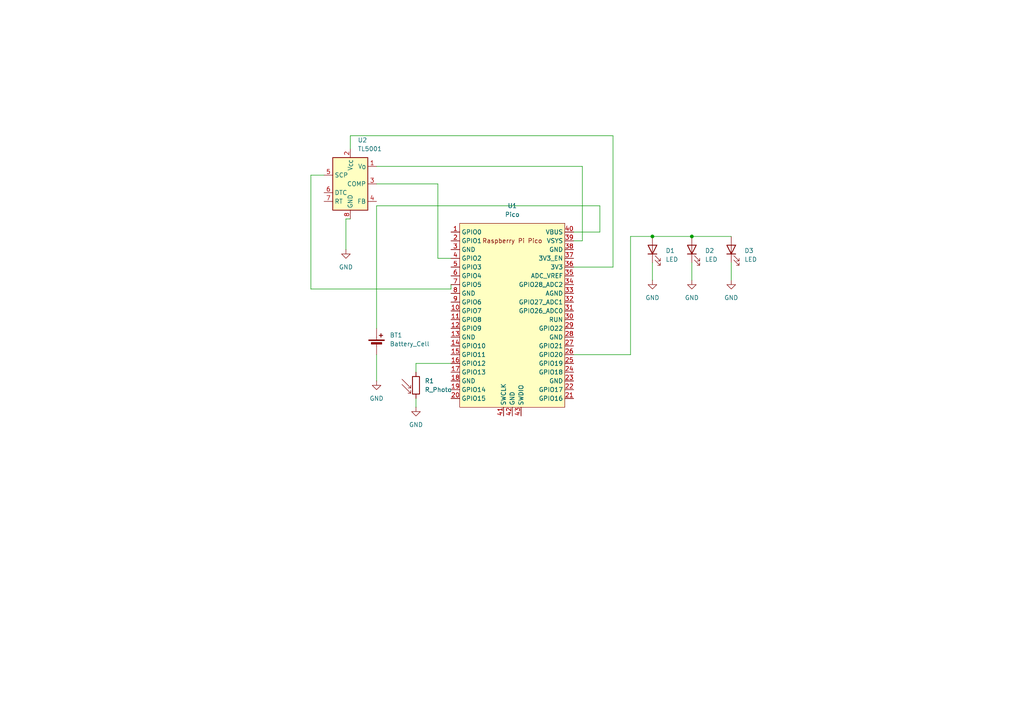
<source format=kicad_sch>
(kicad_sch
	(version 20250114)
	(generator "eeschema")
	(generator_version "9.0")
	(uuid "d2e2892e-be0f-4a6a-9262-5a0d7272f4d0")
	(paper "A4")
	(lib_symbols
		(symbol "Device:Battery_Cell"
			(pin_numbers
				(hide yes)
			)
			(pin_names
				(offset 0)
				(hide yes)
			)
			(exclude_from_sim no)
			(in_bom yes)
			(on_board yes)
			(property "Reference" "BT"
				(at 11.43 -3.81 0)
				(effects
					(font
						(size 1.27 1.27)
					)
					(justify left)
				)
			)
			(property "Value" "Battery_Cell"
				(at 11.43 -6.35 0)
				(effects
					(font
						(size 1.27 1.27)
					)
					(justify left)
				)
			)
			(property "Footprint" ""
				(at 0 1.524 90)
				(effects
					(font
						(size 1.27 1.27)
					)
					(hide yes)
				)
			)
			(property "Datasheet" "~"
				(at 8.89 -4.826 90)
				(effects
					(font
						(size 1.27 1.27)
					)
					(hide yes)
				)
			)
			(property "Description" "Single-cell battery"
				(at 8.89 -6.35 0)
				(effects
					(font
						(size 1.27 1.27)
					)
					(hide yes)
				)
			)
			(property "ki_keywords" "battery cell"
				(at 0 0 0)
				(effects
					(font
						(size 1.27 1.27)
					)
					(hide yes)
				)
			)
			(symbol "Battery_Cell_0_1"
				(rectangle
					(start 6.604 -4.572)
					(end 11.176 -4.826)
					(stroke
						(width 0)
						(type default)
					)
					(fill
						(type outline)
					)
				)
				(rectangle
					(start 7.366 -5.334)
					(end 10.414 -5.842)
					(stroke
						(width 0)
						(type default)
					)
					(fill
						(type outline)
					)
				)
				(polyline
					(pts
						(xy 8.89 -4.572) (xy 8.89 -3.81)
					)
					(stroke
						(width 0)
						(type default)
					)
					(fill
						(type none)
					)
				)
				(polyline
					(pts
						(xy 8.89 -5.588) (xy 8.89 -6.35)
					)
					(stroke
						(width 0)
						(type default)
					)
					(fill
						(type none)
					)
				)
				(polyline
					(pts
						(xy 9.652 -3.302) (xy 10.668 -3.302)
					)
					(stroke
						(width 0.254)
						(type default)
					)
					(fill
						(type none)
					)
				)
				(polyline
					(pts
						(xy 10.16 -2.794) (xy 10.16 -3.81)
					)
					(stroke
						(width 0.254)
						(type default)
					)
					(fill
						(type none)
					)
				)
			)
			(symbol "Battery_Cell_1_1"
				(pin passive line
					(at 8.89 -1.27 270)
					(length 2.54)
					(name "+"
						(effects
							(font
								(size 1.27 1.27)
							)
						)
					)
					(number "1"
						(effects
							(font
								(size 1.27 1.27)
							)
						)
					)
				)
				(pin passive line
					(at 8.89 -8.89 90)
					(length 2.54)
					(name "-"
						(effects
							(font
								(size 1.27 1.27)
							)
						)
					)
					(number "2"
						(effects
							(font
								(size 1.27 1.27)
							)
						)
					)
				)
			)
			(embedded_fonts no)
		)
		(symbol "Device:LED"
			(pin_numbers
				(hide yes)
			)
			(pin_names
				(offset 1.016)
				(hide yes)
			)
			(exclude_from_sim no)
			(in_bom yes)
			(on_board yes)
			(property "Reference" "D"
				(at 0 2.54 0)
				(effects
					(font
						(size 1.27 1.27)
					)
				)
			)
			(property "Value" "LED"
				(at 0 -2.54 0)
				(effects
					(font
						(size 1.27 1.27)
					)
				)
			)
			(property "Footprint" ""
				(at 0 0 0)
				(effects
					(font
						(size 1.27 1.27)
					)
					(hide yes)
				)
			)
			(property "Datasheet" "~"
				(at 0 0 0)
				(effects
					(font
						(size 1.27 1.27)
					)
					(hide yes)
				)
			)
			(property "Description" "Light emitting diode"
				(at 0 0 0)
				(effects
					(font
						(size 1.27 1.27)
					)
					(hide yes)
				)
			)
			(property "Sim.Pins" "1=K 2=A"
				(at 0 0 0)
				(effects
					(font
						(size 1.27 1.27)
					)
					(hide yes)
				)
			)
			(property "ki_keywords" "LED diode"
				(at 0 0 0)
				(effects
					(font
						(size 1.27 1.27)
					)
					(hide yes)
				)
			)
			(property "ki_fp_filters" "LED* LED_SMD:* LED_THT:*"
				(at 0 0 0)
				(effects
					(font
						(size 1.27 1.27)
					)
					(hide yes)
				)
			)
			(symbol "LED_0_1"
				(polyline
					(pts
						(xy -3.048 -0.762) (xy -4.572 -2.286) (xy -3.81 -2.286) (xy -4.572 -2.286) (xy -4.572 -1.524)
					)
					(stroke
						(width 0)
						(type default)
					)
					(fill
						(type none)
					)
				)
				(polyline
					(pts
						(xy -1.778 -0.762) (xy -3.302 -2.286) (xy -2.54 -2.286) (xy -3.302 -2.286) (xy -3.302 -1.524)
					)
					(stroke
						(width 0)
						(type default)
					)
					(fill
						(type none)
					)
				)
				(polyline
					(pts
						(xy -1.27 0) (xy 1.27 0)
					)
					(stroke
						(width 0)
						(type default)
					)
					(fill
						(type none)
					)
				)
				(polyline
					(pts
						(xy -1.27 -1.27) (xy -1.27 1.27)
					)
					(stroke
						(width 0.254)
						(type default)
					)
					(fill
						(type none)
					)
				)
				(polyline
					(pts
						(xy 1.27 -1.27) (xy 1.27 1.27) (xy -1.27 0) (xy 1.27 -1.27)
					)
					(stroke
						(width 0.254)
						(type default)
					)
					(fill
						(type none)
					)
				)
			)
			(symbol "LED_1_1"
				(pin passive line
					(at -3.81 0 0)
					(length 2.54)
					(name "K"
						(effects
							(font
								(size 1.27 1.27)
							)
						)
					)
					(number "1"
						(effects
							(font
								(size 1.27 1.27)
							)
						)
					)
				)
				(pin passive line
					(at 3.81 0 180)
					(length 2.54)
					(name "A"
						(effects
							(font
								(size 1.27 1.27)
							)
						)
					)
					(number "2"
						(effects
							(font
								(size 1.27 1.27)
							)
						)
					)
				)
			)
			(embedded_fonts no)
		)
		(symbol "Device:R_Photo"
			(pin_numbers
				(hide yes)
			)
			(pin_names
				(offset 0)
			)
			(exclude_from_sim no)
			(in_bom yes)
			(on_board yes)
			(property "Reference" "R"
				(at 1.27 1.27 0)
				(effects
					(font
						(size 1.27 1.27)
					)
					(justify left)
				)
			)
			(property "Value" "R_Photo"
				(at 1.27 0 0)
				(effects
					(font
						(size 1.27 1.27)
					)
					(justify left top)
				)
			)
			(property "Footprint" ""
				(at 1.27 -6.35 90)
				(effects
					(font
						(size 1.27 1.27)
					)
					(justify left)
					(hide yes)
				)
			)
			(property "Datasheet" "~"
				(at 0 -1.27 0)
				(effects
					(font
						(size 1.27 1.27)
					)
					(hide yes)
				)
			)
			(property "Description" "Photoresistor"
				(at 0 0 0)
				(effects
					(font
						(size 1.27 1.27)
					)
					(hide yes)
				)
			)
			(property "ki_keywords" "resistor variable light sensitive opto LDR"
				(at 0 0 0)
				(effects
					(font
						(size 1.27 1.27)
					)
					(hide yes)
				)
			)
			(property "ki_fp_filters" "*LDR* R?LDR*"
				(at 0 0 0)
				(effects
					(font
						(size 1.27 1.27)
					)
					(hide yes)
				)
			)
			(symbol "R_Photo_0_1"
				(polyline
					(pts
						(xy -1.524 -0.762) (xy -4.064 1.778)
					)
					(stroke
						(width 0)
						(type default)
					)
					(fill
						(type none)
					)
				)
				(polyline
					(pts
						(xy -1.524 -0.762) (xy -2.286 -0.762)
					)
					(stroke
						(width 0)
						(type default)
					)
					(fill
						(type none)
					)
				)
				(polyline
					(pts
						(xy -1.524 -0.762) (xy -1.524 0)
					)
					(stroke
						(width 0)
						(type default)
					)
					(fill
						(type none)
					)
				)
				(polyline
					(pts
						(xy -1.524 -2.286) (xy -4.064 0.254)
					)
					(stroke
						(width 0)
						(type default)
					)
					(fill
						(type none)
					)
				)
				(polyline
					(pts
						(xy -1.524 -2.286) (xy -2.286 -2.286)
					)
					(stroke
						(width 0)
						(type default)
					)
					(fill
						(type none)
					)
				)
				(polyline
					(pts
						(xy -1.524 -2.286) (xy -1.524 -1.524)
					)
					(stroke
						(width 0)
						(type default)
					)
					(fill
						(type none)
					)
				)
				(rectangle
					(start -1.016 2.54)
					(end 1.016 -2.54)
					(stroke
						(width 0.254)
						(type default)
					)
					(fill
						(type none)
					)
				)
			)
			(symbol "R_Photo_1_1"
				(pin passive line
					(at 0 3.81 270)
					(length 1.27)
					(name "~"
						(effects
							(font
								(size 1.27 1.27)
							)
						)
					)
					(number "1"
						(effects
							(font
								(size 1.27 1.27)
							)
						)
					)
				)
				(pin passive line
					(at 0 -3.81 90)
					(length 1.27)
					(name "~"
						(effects
							(font
								(size 1.27 1.27)
							)
						)
					)
					(number "2"
						(effects
							(font
								(size 1.27 1.27)
							)
						)
					)
				)
			)
			(embedded_fonts no)
		)
		(symbol "MCU_RaspberryPi_and_Boards:Pico"
			(exclude_from_sim no)
			(in_bom yes)
			(on_board yes)
			(property "Reference" "U"
				(at -13.97 27.94 0)
				(effects
					(font
						(size 1.27 1.27)
					)
				)
			)
			(property "Value" "Pico"
				(at 0 19.05 0)
				(effects
					(font
						(size 1.27 1.27)
					)
				)
			)
			(property "Footprint" "RPi_Pico:RPi_Pico_SMD_TH"
				(at 0 0 90)
				(effects
					(font
						(size 1.27 1.27)
					)
					(hide yes)
				)
			)
			(property "Datasheet" ""
				(at 0 0 0)
				(effects
					(font
						(size 1.27 1.27)
					)
					(hide yes)
				)
			)
			(property "Description" ""
				(at 0 0 0)
				(effects
					(font
						(size 1.27 1.27)
					)
					(hide yes)
				)
			)
			(symbol "Pico_0_0"
				(text "Raspberry Pi Pico"
					(at 0 21.59 0)
					(effects
						(font
							(size 1.27 1.27)
						)
					)
				)
			)
			(symbol "Pico_0_1"
				(rectangle
					(start -15.24 26.67)
					(end 15.24 -26.67)
					(stroke
						(width 0)
						(type default)
					)
					(fill
						(type background)
					)
				)
			)
			(symbol "Pico_1_1"
				(pin bidirectional line
					(at -17.78 24.13 0)
					(length 2.54)
					(name "GPIO0"
						(effects
							(font
								(size 1.27 1.27)
							)
						)
					)
					(number "1"
						(effects
							(font
								(size 1.27 1.27)
							)
						)
					)
				)
				(pin bidirectional line
					(at -17.78 21.59 0)
					(length 2.54)
					(name "GPIO1"
						(effects
							(font
								(size 1.27 1.27)
							)
						)
					)
					(number "2"
						(effects
							(font
								(size 1.27 1.27)
							)
						)
					)
				)
				(pin power_in line
					(at -17.78 19.05 0)
					(length 2.54)
					(name "GND"
						(effects
							(font
								(size 1.27 1.27)
							)
						)
					)
					(number "3"
						(effects
							(font
								(size 1.27 1.27)
							)
						)
					)
				)
				(pin bidirectional line
					(at -17.78 16.51 0)
					(length 2.54)
					(name "GPIO2"
						(effects
							(font
								(size 1.27 1.27)
							)
						)
					)
					(number "4"
						(effects
							(font
								(size 1.27 1.27)
							)
						)
					)
				)
				(pin bidirectional line
					(at -17.78 13.97 0)
					(length 2.54)
					(name "GPIO3"
						(effects
							(font
								(size 1.27 1.27)
							)
						)
					)
					(number "5"
						(effects
							(font
								(size 1.27 1.27)
							)
						)
					)
				)
				(pin bidirectional line
					(at -17.78 11.43 0)
					(length 2.54)
					(name "GPIO4"
						(effects
							(font
								(size 1.27 1.27)
							)
						)
					)
					(number "6"
						(effects
							(font
								(size 1.27 1.27)
							)
						)
					)
				)
				(pin bidirectional line
					(at -17.78 8.89 0)
					(length 2.54)
					(name "GPIO5"
						(effects
							(font
								(size 1.27 1.27)
							)
						)
					)
					(number "7"
						(effects
							(font
								(size 1.27 1.27)
							)
						)
					)
				)
				(pin power_in line
					(at -17.78 6.35 0)
					(length 2.54)
					(name "GND"
						(effects
							(font
								(size 1.27 1.27)
							)
						)
					)
					(number "8"
						(effects
							(font
								(size 1.27 1.27)
							)
						)
					)
				)
				(pin bidirectional line
					(at -17.78 3.81 0)
					(length 2.54)
					(name "GPIO6"
						(effects
							(font
								(size 1.27 1.27)
							)
						)
					)
					(number "9"
						(effects
							(font
								(size 1.27 1.27)
							)
						)
					)
				)
				(pin bidirectional line
					(at -17.78 1.27 0)
					(length 2.54)
					(name "GPIO7"
						(effects
							(font
								(size 1.27 1.27)
							)
						)
					)
					(number "10"
						(effects
							(font
								(size 1.27 1.27)
							)
						)
					)
				)
				(pin bidirectional line
					(at -17.78 -1.27 0)
					(length 2.54)
					(name "GPIO8"
						(effects
							(font
								(size 1.27 1.27)
							)
						)
					)
					(number "11"
						(effects
							(font
								(size 1.27 1.27)
							)
						)
					)
				)
				(pin bidirectional line
					(at -17.78 -3.81 0)
					(length 2.54)
					(name "GPIO9"
						(effects
							(font
								(size 1.27 1.27)
							)
						)
					)
					(number "12"
						(effects
							(font
								(size 1.27 1.27)
							)
						)
					)
				)
				(pin power_in line
					(at -17.78 -6.35 0)
					(length 2.54)
					(name "GND"
						(effects
							(font
								(size 1.27 1.27)
							)
						)
					)
					(number "13"
						(effects
							(font
								(size 1.27 1.27)
							)
						)
					)
				)
				(pin bidirectional line
					(at -17.78 -8.89 0)
					(length 2.54)
					(name "GPIO10"
						(effects
							(font
								(size 1.27 1.27)
							)
						)
					)
					(number "14"
						(effects
							(font
								(size 1.27 1.27)
							)
						)
					)
				)
				(pin bidirectional line
					(at -17.78 -11.43 0)
					(length 2.54)
					(name "GPIO11"
						(effects
							(font
								(size 1.27 1.27)
							)
						)
					)
					(number "15"
						(effects
							(font
								(size 1.27 1.27)
							)
						)
					)
				)
				(pin bidirectional line
					(at -17.78 -13.97 0)
					(length 2.54)
					(name "GPIO12"
						(effects
							(font
								(size 1.27 1.27)
							)
						)
					)
					(number "16"
						(effects
							(font
								(size 1.27 1.27)
							)
						)
					)
				)
				(pin bidirectional line
					(at -17.78 -16.51 0)
					(length 2.54)
					(name "GPIO13"
						(effects
							(font
								(size 1.27 1.27)
							)
						)
					)
					(number "17"
						(effects
							(font
								(size 1.27 1.27)
							)
						)
					)
				)
				(pin power_in line
					(at -17.78 -19.05 0)
					(length 2.54)
					(name "GND"
						(effects
							(font
								(size 1.27 1.27)
							)
						)
					)
					(number "18"
						(effects
							(font
								(size 1.27 1.27)
							)
						)
					)
				)
				(pin bidirectional line
					(at -17.78 -21.59 0)
					(length 2.54)
					(name "GPIO14"
						(effects
							(font
								(size 1.27 1.27)
							)
						)
					)
					(number "19"
						(effects
							(font
								(size 1.27 1.27)
							)
						)
					)
				)
				(pin bidirectional line
					(at -17.78 -24.13 0)
					(length 2.54)
					(name "GPIO15"
						(effects
							(font
								(size 1.27 1.27)
							)
						)
					)
					(number "20"
						(effects
							(font
								(size 1.27 1.27)
							)
						)
					)
				)
				(pin input line
					(at -2.54 -29.21 90)
					(length 2.54)
					(name "SWCLK"
						(effects
							(font
								(size 1.27 1.27)
							)
						)
					)
					(number "41"
						(effects
							(font
								(size 1.27 1.27)
							)
						)
					)
				)
				(pin power_in line
					(at 0 -29.21 90)
					(length 2.54)
					(name "GND"
						(effects
							(font
								(size 1.27 1.27)
							)
						)
					)
					(number "42"
						(effects
							(font
								(size 1.27 1.27)
							)
						)
					)
				)
				(pin bidirectional line
					(at 2.54 -29.21 90)
					(length 2.54)
					(name "SWDIO"
						(effects
							(font
								(size 1.27 1.27)
							)
						)
					)
					(number "43"
						(effects
							(font
								(size 1.27 1.27)
							)
						)
					)
				)
				(pin power_in line
					(at 17.78 24.13 180)
					(length 2.54)
					(name "VBUS"
						(effects
							(font
								(size 1.27 1.27)
							)
						)
					)
					(number "40"
						(effects
							(font
								(size 1.27 1.27)
							)
						)
					)
				)
				(pin power_in line
					(at 17.78 21.59 180)
					(length 2.54)
					(name "VSYS"
						(effects
							(font
								(size 1.27 1.27)
							)
						)
					)
					(number "39"
						(effects
							(font
								(size 1.27 1.27)
							)
						)
					)
				)
				(pin bidirectional line
					(at 17.78 19.05 180)
					(length 2.54)
					(name "GND"
						(effects
							(font
								(size 1.27 1.27)
							)
						)
					)
					(number "38"
						(effects
							(font
								(size 1.27 1.27)
							)
						)
					)
				)
				(pin input line
					(at 17.78 16.51 180)
					(length 2.54)
					(name "3V3_EN"
						(effects
							(font
								(size 1.27 1.27)
							)
						)
					)
					(number "37"
						(effects
							(font
								(size 1.27 1.27)
							)
						)
					)
				)
				(pin power_in line
					(at 17.78 13.97 180)
					(length 2.54)
					(name "3V3"
						(effects
							(font
								(size 1.27 1.27)
							)
						)
					)
					(number "36"
						(effects
							(font
								(size 1.27 1.27)
							)
						)
					)
				)
				(pin power_in line
					(at 17.78 11.43 180)
					(length 2.54)
					(name "ADC_VREF"
						(effects
							(font
								(size 1.27 1.27)
							)
						)
					)
					(number "35"
						(effects
							(font
								(size 1.27 1.27)
							)
						)
					)
				)
				(pin bidirectional line
					(at 17.78 8.89 180)
					(length 2.54)
					(name "GPIO28_ADC2"
						(effects
							(font
								(size 1.27 1.27)
							)
						)
					)
					(number "34"
						(effects
							(font
								(size 1.27 1.27)
							)
						)
					)
				)
				(pin power_in line
					(at 17.78 6.35 180)
					(length 2.54)
					(name "AGND"
						(effects
							(font
								(size 1.27 1.27)
							)
						)
					)
					(number "33"
						(effects
							(font
								(size 1.27 1.27)
							)
						)
					)
				)
				(pin bidirectional line
					(at 17.78 3.81 180)
					(length 2.54)
					(name "GPIO27_ADC1"
						(effects
							(font
								(size 1.27 1.27)
							)
						)
					)
					(number "32"
						(effects
							(font
								(size 1.27 1.27)
							)
						)
					)
				)
				(pin bidirectional line
					(at 17.78 1.27 180)
					(length 2.54)
					(name "GPIO26_ADC0"
						(effects
							(font
								(size 1.27 1.27)
							)
						)
					)
					(number "31"
						(effects
							(font
								(size 1.27 1.27)
							)
						)
					)
				)
				(pin input line
					(at 17.78 -1.27 180)
					(length 2.54)
					(name "RUN"
						(effects
							(font
								(size 1.27 1.27)
							)
						)
					)
					(number "30"
						(effects
							(font
								(size 1.27 1.27)
							)
						)
					)
				)
				(pin bidirectional line
					(at 17.78 -3.81 180)
					(length 2.54)
					(name "GPIO22"
						(effects
							(font
								(size 1.27 1.27)
							)
						)
					)
					(number "29"
						(effects
							(font
								(size 1.27 1.27)
							)
						)
					)
				)
				(pin power_in line
					(at 17.78 -6.35 180)
					(length 2.54)
					(name "GND"
						(effects
							(font
								(size 1.27 1.27)
							)
						)
					)
					(number "28"
						(effects
							(font
								(size 1.27 1.27)
							)
						)
					)
				)
				(pin bidirectional line
					(at 17.78 -8.89 180)
					(length 2.54)
					(name "GPIO21"
						(effects
							(font
								(size 1.27 1.27)
							)
						)
					)
					(number "27"
						(effects
							(font
								(size 1.27 1.27)
							)
						)
					)
				)
				(pin bidirectional line
					(at 17.78 -11.43 180)
					(length 2.54)
					(name "GPIO20"
						(effects
							(font
								(size 1.27 1.27)
							)
						)
					)
					(number "26"
						(effects
							(font
								(size 1.27 1.27)
							)
						)
					)
				)
				(pin bidirectional line
					(at 17.78 -13.97 180)
					(length 2.54)
					(name "GPIO19"
						(effects
							(font
								(size 1.27 1.27)
							)
						)
					)
					(number "25"
						(effects
							(font
								(size 1.27 1.27)
							)
						)
					)
				)
				(pin bidirectional line
					(at 17.78 -16.51 180)
					(length 2.54)
					(name "GPIO18"
						(effects
							(font
								(size 1.27 1.27)
							)
						)
					)
					(number "24"
						(effects
							(font
								(size 1.27 1.27)
							)
						)
					)
				)
				(pin power_in line
					(at 17.78 -19.05 180)
					(length 2.54)
					(name "GND"
						(effects
							(font
								(size 1.27 1.27)
							)
						)
					)
					(number "23"
						(effects
							(font
								(size 1.27 1.27)
							)
						)
					)
				)
				(pin bidirectional line
					(at 17.78 -21.59 180)
					(length 2.54)
					(name "GPIO17"
						(effects
							(font
								(size 1.27 1.27)
							)
						)
					)
					(number "22"
						(effects
							(font
								(size 1.27 1.27)
							)
						)
					)
				)
				(pin bidirectional line
					(at 17.78 -24.13 180)
					(length 2.54)
					(name "GPIO16"
						(effects
							(font
								(size 1.27 1.27)
							)
						)
					)
					(number "21"
						(effects
							(font
								(size 1.27 1.27)
							)
						)
					)
				)
			)
			(embedded_fonts no)
		)
		(symbol "Regulator_Switching:TL5001"
			(exclude_from_sim no)
			(in_bom yes)
			(on_board yes)
			(property "Reference" "U"
				(at -5.08 8.89 0)
				(effects
					(font
						(size 1.27 1.27)
					)
				)
			)
			(property "Value" "TL5001"
				(at 3.81 8.89 0)
				(effects
					(font
						(size 1.27 1.27)
					)
				)
			)
			(property "Footprint" ""
				(at 0 0 0)
				(effects
					(font
						(size 1.27 1.27)
					)
					(hide yes)
				)
			)
			(property "Datasheet" "https://www.ti.com/lit/ds/symlink/tl5001.pdf"
				(at 0 0 0)
				(effects
					(font
						(size 1.27 1.27)
					)
					(hide yes)
				)
			)
			(property "Description" "PWM Controller with wide input range, with 5% tolerance on reference. Input range 3.6-40V. Max output 50V."
				(at 0 0 0)
				(effects
					(font
						(size 1.27 1.27)
					)
					(hide yes)
				)
			)
			(property "ki_keywords" "PWM SMPS"
				(at 0 0 0)
				(effects
					(font
						(size 1.27 1.27)
					)
					(hide yes)
				)
			)
			(property "ki_fp_filters" "*SO?8*3.9x4.9mm*P1.27mm* *DIP?8*W7.62mm*"
				(at 0 0 0)
				(effects
					(font
						(size 1.27 1.27)
					)
					(hide yes)
				)
			)
			(symbol "TL5001_0_1"
				(rectangle
					(start -5.08 7.62)
					(end 5.08 -7.62)
					(stroke
						(width 0.254)
						(type default)
					)
					(fill
						(type background)
					)
				)
				(pin input line
					(at 7.62 -5.08 180)
					(length 2.54)
					(name "FB"
						(effects
							(font
								(size 1.27 1.27)
							)
						)
					)
					(number "4"
						(effects
							(font
								(size 1.27 1.27)
							)
						)
					)
				)
			)
			(symbol "TL5001_1_1"
				(pin output line
					(at -7.62 2.54 0)
					(length 2.54)
					(name "SCP"
						(effects
							(font
								(size 1.27 1.27)
							)
						)
					)
					(number "5"
						(effects
							(font
								(size 1.27 1.27)
							)
						)
					)
				)
				(pin output line
					(at -7.62 -2.54 0)
					(length 2.54)
					(name "DTC"
						(effects
							(font
								(size 1.27 1.27)
							)
						)
					)
					(number "6"
						(effects
							(font
								(size 1.27 1.27)
							)
						)
					)
				)
				(pin output line
					(at -7.62 -5.08 0)
					(length 2.54)
					(name "RT"
						(effects
							(font
								(size 1.27 1.27)
							)
						)
					)
					(number "7"
						(effects
							(font
								(size 1.27 1.27)
							)
						)
					)
				)
				(pin power_in line
					(at 0 10.16 270)
					(length 2.54)
					(name "V_{CC}"
						(effects
							(font
								(size 1.27 1.27)
							)
						)
					)
					(number "2"
						(effects
							(font
								(size 1.27 1.27)
							)
						)
					)
				)
				(pin power_in line
					(at 0 -10.16 90)
					(length 2.54)
					(name "GND"
						(effects
							(font
								(size 1.27 1.27)
							)
						)
					)
					(number "8"
						(effects
							(font
								(size 1.27 1.27)
							)
						)
					)
				)
				(pin open_collector line
					(at 7.62 5.08 180)
					(length 2.54)
					(name "V_{O}"
						(effects
							(font
								(size 1.27 1.27)
							)
						)
					)
					(number "1"
						(effects
							(font
								(size 1.27 1.27)
							)
						)
					)
				)
				(pin input line
					(at 7.62 0 180)
					(length 2.54)
					(name "COMP"
						(effects
							(font
								(size 1.27 1.27)
							)
						)
					)
					(number "3"
						(effects
							(font
								(size 1.27 1.27)
							)
						)
					)
				)
			)
			(embedded_fonts no)
		)
		(symbol "power:GND"
			(power)
			(pin_numbers
				(hide yes)
			)
			(pin_names
				(offset 0)
				(hide yes)
			)
			(exclude_from_sim no)
			(in_bom yes)
			(on_board yes)
			(property "Reference" "#PWR"
				(at 0 -6.35 0)
				(effects
					(font
						(size 1.27 1.27)
					)
					(hide yes)
				)
			)
			(property "Value" "GND"
				(at 0 -3.81 0)
				(effects
					(font
						(size 1.27 1.27)
					)
				)
			)
			(property "Footprint" ""
				(at 0 0 0)
				(effects
					(font
						(size 1.27 1.27)
					)
					(hide yes)
				)
			)
			(property "Datasheet" ""
				(at 0 0 0)
				(effects
					(font
						(size 1.27 1.27)
					)
					(hide yes)
				)
			)
			(property "Description" "Power symbol creates a global label with name \"GND\" , ground"
				(at 0 0 0)
				(effects
					(font
						(size 1.27 1.27)
					)
					(hide yes)
				)
			)
			(property "ki_keywords" "global power"
				(at 0 0 0)
				(effects
					(font
						(size 1.27 1.27)
					)
					(hide yes)
				)
			)
			(symbol "GND_0_1"
				(polyline
					(pts
						(xy 0 0) (xy 0 -1.27) (xy 1.27 -1.27) (xy 0 -2.54) (xy -1.27 -1.27) (xy 0 -1.27)
					)
					(stroke
						(width 0)
						(type default)
					)
					(fill
						(type none)
					)
				)
			)
			(symbol "GND_1_1"
				(pin power_in line
					(at 0 0 270)
					(length 0)
					(name "~"
						(effects
							(font
								(size 1.27 1.27)
							)
						)
					)
					(number "1"
						(effects
							(font
								(size 1.27 1.27)
							)
						)
					)
				)
			)
			(embedded_fonts no)
		)
	)
	(junction
		(at 189.23 68.58)
		(diameter 0)
		(color 0 0 0 0)
		(uuid "3881a250-8a1a-43e1-89f8-b142fabdffef")
	)
	(junction
		(at 200.66 68.58)
		(diameter 0)
		(color 0 0 0 0)
		(uuid "d3266ff8-8737-4469-99fd-b46e21b2c3b7")
	)
	(wire
		(pts
			(xy 127 53.34) (xy 127 74.93)
		)
		(stroke
			(width 0)
			(type default)
		)
		(uuid "07f99385-8ded-4fc1-842b-51cd6c9b49d7")
	)
	(wire
		(pts
			(xy 100.33 63.5) (xy 101.6 63.5)
		)
		(stroke
			(width 0)
			(type default)
		)
		(uuid "0ad1c280-fd94-4f9c-9840-75446373712c")
	)
	(wire
		(pts
			(xy 109.22 59.69) (xy 173.99 59.69)
		)
		(stroke
			(width 0)
			(type default)
		)
		(uuid "139a450c-c7b5-4e6d-ab1c-411ce2ae1e9a")
	)
	(wire
		(pts
			(xy 120.65 107.95) (xy 120.65 105.41)
		)
		(stroke
			(width 0)
			(type default)
		)
		(uuid "15d32118-bb89-476c-9f63-4c64569b237a")
	)
	(wire
		(pts
			(xy 109.22 53.34) (xy 127 53.34)
		)
		(stroke
			(width 0)
			(type default)
		)
		(uuid "190a59ac-42ba-4152-9e7b-9b04350314ce")
	)
	(wire
		(pts
			(xy 177.8 39.37) (xy 177.8 77.47)
		)
		(stroke
			(width 0)
			(type default)
		)
		(uuid "28814a06-aba4-4478-8983-12278d7a794d")
	)
	(wire
		(pts
			(xy 200.66 76.2) (xy 200.66 81.28)
		)
		(stroke
			(width 0)
			(type default)
		)
		(uuid "345a2f7d-a6e1-4fa4-92d9-868290b4d231")
	)
	(wire
		(pts
			(xy 177.8 77.47) (xy 166.37 77.47)
		)
		(stroke
			(width 0)
			(type default)
		)
		(uuid "3a23fd4d-6168-424d-9a61-11644912a200")
	)
	(wire
		(pts
			(xy 101.6 39.37) (xy 177.8 39.37)
		)
		(stroke
			(width 0)
			(type default)
		)
		(uuid "3e8b5f79-f460-48e6-8bc4-189216f73441")
	)
	(wire
		(pts
			(xy 168.91 48.26) (xy 168.91 69.85)
		)
		(stroke
			(width 0)
			(type default)
		)
		(uuid "739167f7-7c8f-47a3-96a6-aafd20112a24")
	)
	(wire
		(pts
			(xy 109.22 59.69) (xy 109.22 95.25)
		)
		(stroke
			(width 0)
			(type default)
		)
		(uuid "753fb76b-6a4a-452a-8468-e203238cd4de")
	)
	(wire
		(pts
			(xy 166.37 67.31) (xy 173.99 67.31)
		)
		(stroke
			(width 0)
			(type default)
		)
		(uuid "774ce570-99b5-4470-a64d-3a2cb99fb87d")
	)
	(wire
		(pts
			(xy 200.66 68.58) (xy 212.09 68.58)
		)
		(stroke
			(width 0)
			(type default)
		)
		(uuid "7bc47432-1ed3-48e8-a00c-8317564e744d")
	)
	(wire
		(pts
			(xy 130.81 83.82) (xy 130.81 82.55)
		)
		(stroke
			(width 0)
			(type default)
		)
		(uuid "820dcfa4-55da-40c5-a4a0-d332bf3d30a9")
	)
	(wire
		(pts
			(xy 109.22 102.87) (xy 109.22 110.49)
		)
		(stroke
			(width 0)
			(type default)
		)
		(uuid "8780639e-4cf8-4fd5-a150-034d67a296e5")
	)
	(wire
		(pts
			(xy 173.99 59.69) (xy 173.99 67.31)
		)
		(stroke
			(width 0)
			(type default)
		)
		(uuid "8d92adb8-50ca-4859-8843-31099de77d02")
	)
	(wire
		(pts
			(xy 182.88 102.87) (xy 182.88 68.58)
		)
		(stroke
			(width 0)
			(type default)
		)
		(uuid "9683e7ab-1e2d-42b1-9f03-1464c5d6b6b8")
	)
	(wire
		(pts
			(xy 120.65 115.57) (xy 120.65 118.11)
		)
		(stroke
			(width 0)
			(type default)
		)
		(uuid "9b2a14d6-04b9-4b83-a798-0bef891cf194")
	)
	(wire
		(pts
			(xy 109.22 48.26) (xy 168.91 48.26)
		)
		(stroke
			(width 0)
			(type default)
		)
		(uuid "9da044f0-a951-4bbd-aaf6-f4982b60f640")
	)
	(wire
		(pts
			(xy 120.65 105.41) (xy 130.81 105.41)
		)
		(stroke
			(width 0)
			(type default)
		)
		(uuid "9ed9d1e9-da62-42eb-af30-e5cd5fe5027c")
	)
	(wire
		(pts
			(xy 100.33 63.5) (xy 100.33 72.39)
		)
		(stroke
			(width 0)
			(type default)
		)
		(uuid "a6efc741-3217-40b7-961e-59b92b0f66e3")
	)
	(wire
		(pts
			(xy 189.23 68.58) (xy 200.66 68.58)
		)
		(stroke
			(width 0)
			(type default)
		)
		(uuid "b32f4c01-141d-4553-9acf-c92ed2c54d8a")
	)
	(wire
		(pts
			(xy 101.6 43.18) (xy 101.6 39.37)
		)
		(stroke
			(width 0)
			(type default)
		)
		(uuid "b3adce5a-e014-484f-ba3d-375960811f09")
	)
	(wire
		(pts
			(xy 127 74.93) (xy 130.81 74.93)
		)
		(stroke
			(width 0)
			(type default)
		)
		(uuid "b7fc8617-9ac1-4edf-b001-618f0970c490")
	)
	(wire
		(pts
			(xy 212.09 76.2) (xy 212.09 81.28)
		)
		(stroke
			(width 0)
			(type default)
		)
		(uuid "b867b0cd-0544-437d-85ac-8ebf9f51e726")
	)
	(wire
		(pts
			(xy 90.17 50.8) (xy 90.17 83.82)
		)
		(stroke
			(width 0)
			(type default)
		)
		(uuid "bf25d1e9-577d-44f4-8641-2ceb557ba491")
	)
	(wire
		(pts
			(xy 93.98 50.8) (xy 90.17 50.8)
		)
		(stroke
			(width 0)
			(type default)
		)
		(uuid "ca90e5c6-b00f-48a5-8813-1d77d544b801")
	)
	(wire
		(pts
			(xy 90.17 83.82) (xy 130.81 83.82)
		)
		(stroke
			(width 0)
			(type default)
		)
		(uuid "d1424efe-e7f2-47a4-9b15-42578974afc0")
	)
	(wire
		(pts
			(xy 168.91 69.85) (xy 166.37 69.85)
		)
		(stroke
			(width 0)
			(type default)
		)
		(uuid "d45e41c9-28f4-416b-be36-e30eb5412059")
	)
	(wire
		(pts
			(xy 182.88 68.58) (xy 189.23 68.58)
		)
		(stroke
			(width 0)
			(type default)
		)
		(uuid "ed130388-6351-4a89-97a5-bc3a0d813cf6")
	)
	(wire
		(pts
			(xy 189.23 76.2) (xy 189.23 81.28)
		)
		(stroke
			(width 0)
			(type default)
		)
		(uuid "eedaa4d8-ea93-48cd-83bb-949f97e7deca")
	)
	(wire
		(pts
			(xy 166.37 102.87) (xy 182.88 102.87)
		)
		(stroke
			(width 0)
			(type default)
		)
		(uuid "fd0260ce-3441-4f35-90c3-528f518bcbda")
	)
	(symbol
		(lib_id "power:GND")
		(at 109.22 110.49 0)
		(unit 1)
		(exclude_from_sim no)
		(in_bom yes)
		(on_board yes)
		(dnp no)
		(fields_autoplaced yes)
		(uuid "093ea66d-282e-4d19-8c13-1b63ae974be6")
		(property "Reference" "#PWR01"
			(at 109.22 116.84 0)
			(effects
				(font
					(size 1.27 1.27)
				)
				(hide yes)
			)
		)
		(property "Value" "GND"
			(at 109.22 115.57 0)
			(effects
				(font
					(size 1.27 1.27)
				)
			)
		)
		(property "Footprint" ""
			(at 109.22 110.49 0)
			(effects
				(font
					(size 1.27 1.27)
				)
				(hide yes)
			)
		)
		(property "Datasheet" ""
			(at 109.22 110.49 0)
			(effects
				(font
					(size 1.27 1.27)
				)
				(hide yes)
			)
		)
		(property "Description" "Power symbol creates a global label with name \"GND\" , ground"
			(at 109.22 110.49 0)
			(effects
				(font
					(size 1.27 1.27)
				)
				(hide yes)
			)
		)
		(pin "1"
			(uuid "e287a935-b329-4529-b4ec-e277c6991d03")
		)
		(instances
			(project ""
				(path "/d2e2892e-be0f-4a6a-9262-5a0d7272f4d0"
					(reference "#PWR01")
					(unit 1)
				)
			)
		)
	)
	(symbol
		(lib_id "MCU_RaspberryPi_and_Boards:Pico")
		(at 148.59 91.44 0)
		(unit 1)
		(exclude_from_sim no)
		(in_bom yes)
		(on_board yes)
		(dnp no)
		(fields_autoplaced yes)
		(uuid "14711601-c4e8-4625-9e6b-f4a5598c980a")
		(property "Reference" "U1"
			(at 148.59 59.69 0)
			(effects
				(font
					(size 1.27 1.27)
				)
			)
		)
		(property "Value" "Pico"
			(at 148.59 62.23 0)
			(effects
				(font
					(size 1.27 1.27)
				)
			)
		)
		(property "Footprint" "RPi_Pico:RPi_Pico_SMD_TH"
			(at 148.59 91.44 90)
			(effects
				(font
					(size 1.27 1.27)
				)
				(hide yes)
			)
		)
		(property "Datasheet" ""
			(at 148.59 91.44 0)
			(effects
				(font
					(size 1.27 1.27)
				)
				(hide yes)
			)
		)
		(property "Description" ""
			(at 148.59 91.44 0)
			(effects
				(font
					(size 1.27 1.27)
				)
				(hide yes)
			)
		)
		(pin "4"
			(uuid "4b7bad4c-4531-4e51-8f55-a6ae7552df29")
		)
		(pin "1"
			(uuid "f2a6aec1-754b-4adf-a1dc-29c8a91dd4b0")
		)
		(pin "2"
			(uuid "c7d87698-3c1d-4bb5-bd13-8f493fb717ee")
		)
		(pin "3"
			(uuid "2089bdb5-9e9a-4d65-831f-560dd50cc762")
		)
		(pin "37"
			(uuid "85bc2ce9-5fa7-42fd-9bd7-47b789959101")
		)
		(pin "35"
			(uuid "628e3172-191a-4f48-9549-a706711d5236")
		)
		(pin "33"
			(uuid "ee970ff1-e68b-44b2-b67b-61d25bd3cee9")
		)
		(pin "7"
			(uuid "70693f87-a1f0-46e9-b59a-dd2fc545c8f4")
		)
		(pin "9"
			(uuid "d48d9f88-a98e-4e68-bd5c-21b83b5837a1")
		)
		(pin "13"
			(uuid "a6c853b3-304b-443b-9dcf-d4182f64aff1")
		)
		(pin "14"
			(uuid "37fe269c-21b2-4e86-b8d7-731dff1da5ab")
		)
		(pin "15"
			(uuid "ae0bb26b-a053-4f46-a49c-8a2a38ec71cd")
		)
		(pin "5"
			(uuid "86814cf1-7b92-40a4-bf44-438d3e11444d")
		)
		(pin "16"
			(uuid "810350e9-61b6-4b98-a037-d923d730e034")
		)
		(pin "8"
			(uuid "2b2ce345-0207-4fc4-955d-c064c07b1b2c")
		)
		(pin "10"
			(uuid "6f90e5ed-7007-4321-98fe-1a4ad51a49ba")
		)
		(pin "19"
			(uuid "0f01f4e4-262f-4a98-99ee-c8e73c4d1fa6")
		)
		(pin "18"
			(uuid "69c21319-a3d8-417a-8c6d-f968d8b82324")
		)
		(pin "41"
			(uuid "e1a96560-7d9b-4ac0-8fd8-4ee18854b565")
		)
		(pin "42"
			(uuid "011a5b3f-a2b5-49ab-9e16-aac04f7fc9f9")
		)
		(pin "6"
			(uuid "2a06d62c-236b-434e-badf-002dd9717f2b")
		)
		(pin "43"
			(uuid "771c73b9-2734-4b62-8148-f5ddeb4fffbd")
		)
		(pin "20"
			(uuid "4c517f45-e40d-4c01-957e-d413370c4507")
		)
		(pin "40"
			(uuid "94285595-1c84-46cb-b0aa-e74d3047f073")
		)
		(pin "39"
			(uuid "1b72f8c5-d670-4910-a12a-9010027043e5")
		)
		(pin "38"
			(uuid "5b95a148-c4af-4a35-8522-f314edb2aafe")
		)
		(pin "11"
			(uuid "23341d10-b46b-4d37-8e14-9a53059736e1")
		)
		(pin "12"
			(uuid "605e4a7c-0d53-47cf-965b-73e07959cd66")
		)
		(pin "17"
			(uuid "243971bb-a19f-49aa-a5ec-69cf4c254be6")
		)
		(pin "36"
			(uuid "c83bb7b0-10ea-47d2-b4c1-0336a2049e5e")
		)
		(pin "34"
			(uuid "58cf62e5-321b-4326-a311-537365dcb865")
		)
		(pin "32"
			(uuid "c7c54a21-6921-4f51-b18f-4b9ae0c1456b")
		)
		(pin "31"
			(uuid "42ed258e-02af-4ea0-b71e-6b574a593422")
		)
		(pin "30"
			(uuid "3a177b17-a6e8-4928-9056-613626191714")
		)
		(pin "28"
			(uuid "f07327eb-d821-4eb7-aca4-494ee1d58c35")
		)
		(pin "24"
			(uuid "018c80b9-a816-4db4-b443-bf53ef6a843f")
		)
		(pin "26"
			(uuid "dace34ae-5f08-415f-8147-69232b8b5c11")
		)
		(pin "27"
			(uuid "bb5575cb-8d42-47b0-aef5-c9a58376cce3")
		)
		(pin "29"
			(uuid "12b6477d-4063-430b-86a4-621be00dec95")
		)
		(pin "23"
			(uuid "42f08ad0-a89b-4b97-a6c7-c7ea0a708d74")
		)
		(pin "22"
			(uuid "8590214b-c0f4-4cc7-8942-156b70be8671")
		)
		(pin "25"
			(uuid "acf6d812-f91c-4c23-b519-f36e51d57d0e")
		)
		(pin "21"
			(uuid "b07120c5-1b40-401e-89c8-1738b2eef2ab")
		)
		(instances
			(project ""
				(path "/d2e2892e-be0f-4a6a-9262-5a0d7272f4d0"
					(reference "U1")
					(unit 1)
				)
			)
		)
	)
	(symbol
		(lib_id "power:GND")
		(at 200.66 81.28 0)
		(unit 1)
		(exclude_from_sim no)
		(in_bom yes)
		(on_board yes)
		(dnp no)
		(fields_autoplaced yes)
		(uuid "197af93c-7202-44a0-b7a5-eb446ad0a899")
		(property "Reference" "#PWR02"
			(at 200.66 87.63 0)
			(effects
				(font
					(size 1.27 1.27)
				)
				(hide yes)
			)
		)
		(property "Value" "GND"
			(at 200.66 86.36 0)
			(effects
				(font
					(size 1.27 1.27)
				)
			)
		)
		(property "Footprint" ""
			(at 200.66 81.28 0)
			(effects
				(font
					(size 1.27 1.27)
				)
				(hide yes)
			)
		)
		(property "Datasheet" ""
			(at 200.66 81.28 0)
			(effects
				(font
					(size 1.27 1.27)
				)
				(hide yes)
			)
		)
		(property "Description" "Power symbol creates a global label with name \"GND\" , ground"
			(at 200.66 81.28 0)
			(effects
				(font
					(size 1.27 1.27)
				)
				(hide yes)
			)
		)
		(pin "1"
			(uuid "a9ae504d-b017-404f-b347-b0eec07659a7")
		)
		(instances
			(project "411 Schematic"
				(path "/d2e2892e-be0f-4a6a-9262-5a0d7272f4d0"
					(reference "#PWR02")
					(unit 1)
				)
			)
		)
	)
	(symbol
		(lib_id "Device:LED")
		(at 212.09 72.39 90)
		(unit 1)
		(exclude_from_sim no)
		(in_bom yes)
		(on_board yes)
		(dnp no)
		(fields_autoplaced yes)
		(uuid "74a9bd01-2f33-41a7-81b2-fb8b2911706f")
		(property "Reference" "D3"
			(at 215.9 72.7074 90)
			(effects
				(font
					(size 1.27 1.27)
				)
				(justify right)
			)
		)
		(property "Value" "LED"
			(at 215.9 75.2474 90)
			(effects
				(font
					(size 1.27 1.27)
				)
				(justify right)
			)
		)
		(property "Footprint" ""
			(at 212.09 72.39 0)
			(effects
				(font
					(size 1.27 1.27)
				)
				(hide yes)
			)
		)
		(property "Datasheet" "~"
			(at 212.09 72.39 0)
			(effects
				(font
					(size 1.27 1.27)
				)
				(hide yes)
			)
		)
		(property "Description" "Light emitting diode"
			(at 212.09 72.39 0)
			(effects
				(font
					(size 1.27 1.27)
				)
				(hide yes)
			)
		)
		(property "Sim.Pins" "1=K 2=A"
			(at 212.09 72.39 0)
			(effects
				(font
					(size 1.27 1.27)
				)
				(hide yes)
			)
		)
		(pin "2"
			(uuid "25e91681-2e1b-453c-af9e-26603bab7144")
		)
		(pin "1"
			(uuid "1b3f4ba2-c644-4c45-9980-ec75db063eb2")
		)
		(instances
			(project "411 Schematic"
				(path "/d2e2892e-be0f-4a6a-9262-5a0d7272f4d0"
					(reference "D3")
					(unit 1)
				)
			)
		)
	)
	(symbol
		(lib_id "Device:R_Photo")
		(at 120.65 111.76 0)
		(unit 1)
		(exclude_from_sim no)
		(in_bom yes)
		(on_board yes)
		(dnp no)
		(fields_autoplaced yes)
		(uuid "7ac0d3b3-2c01-40fa-a026-2b5ed1168d49")
		(property "Reference" "R1"
			(at 123.19 110.4899 0)
			(effects
				(font
					(size 1.27 1.27)
				)
				(justify left)
			)
		)
		(property "Value" "R_Photo"
			(at 123.19 113.0299 0)
			(effects
				(font
					(size 1.27 1.27)
				)
				(justify left)
			)
		)
		(property "Footprint" ""
			(at 121.92 118.11 90)
			(effects
				(font
					(size 1.27 1.27)
				)
				(justify left)
				(hide yes)
			)
		)
		(property "Datasheet" "~"
			(at 120.65 113.03 0)
			(effects
				(font
					(size 1.27 1.27)
				)
				(hide yes)
			)
		)
		(property "Description" "Photoresistor"
			(at 120.65 111.76 0)
			(effects
				(font
					(size 1.27 1.27)
				)
				(hide yes)
			)
		)
		(pin "2"
			(uuid "f8e28a96-20e6-4d78-80f9-0fd94190519e")
		)
		(pin "1"
			(uuid "75eb8002-72ac-4078-9e4f-bb518be5c672")
		)
		(instances
			(project ""
				(path "/d2e2892e-be0f-4a6a-9262-5a0d7272f4d0"
					(reference "R1")
					(unit 1)
				)
			)
		)
	)
	(symbol
		(lib_id "Regulator_Switching:TL5001")
		(at 101.6 53.34 0)
		(unit 1)
		(exclude_from_sim no)
		(in_bom yes)
		(on_board yes)
		(dnp no)
		(fields_autoplaced yes)
		(uuid "84d8a5df-5bfa-455b-9539-e1cd1549b98e")
		(property "Reference" "U2"
			(at 103.7433 40.64 0)
			(effects
				(font
					(size 1.27 1.27)
				)
				(justify left)
			)
		)
		(property "Value" "TL5001"
			(at 103.7433 43.18 0)
			(effects
				(font
					(size 1.27 1.27)
				)
				(justify left)
			)
		)
		(property "Footprint" ""
			(at 101.6 53.34 0)
			(effects
				(font
					(size 1.27 1.27)
				)
				(hide yes)
			)
		)
		(property "Datasheet" "https://www.ti.com/lit/ds/symlink/tl5001.pdf"
			(at 101.6 53.34 0)
			(effects
				(font
					(size 1.27 1.27)
				)
				(hide yes)
			)
		)
		(property "Description" "PWM Controller with wide input range, with 5% tolerance on reference. Input range 3.6-40V. Max output 50V."
			(at 101.6 53.34 0)
			(effects
				(font
					(size 1.27 1.27)
				)
				(hide yes)
			)
		)
		(pin "4"
			(uuid "816dee56-1c43-46ee-a459-8dc5779fbf4b")
		)
		(pin "5"
			(uuid "2b1613b0-91f2-4649-a997-4d9f7506c1d6")
		)
		(pin "6"
			(uuid "33a0e7c4-30ca-4edc-84a6-fff168bb3d80")
		)
		(pin "8"
			(uuid "0306c2bc-bb95-482f-b815-05755364d30c")
		)
		(pin "7"
			(uuid "5d08dc1a-3571-49da-b45d-0f200a2596db")
		)
		(pin "1"
			(uuid "f75e9438-c01d-4df6-9f6e-c0978caeec54")
		)
		(pin "2"
			(uuid "a4855f8d-4b40-4e98-8181-98b9c985b246")
		)
		(pin "3"
			(uuid "0c4aeeaa-f01f-4b46-839e-1f9adf58771e")
		)
		(instances
			(project ""
				(path "/d2e2892e-be0f-4a6a-9262-5a0d7272f4d0"
					(reference "U2")
					(unit 1)
				)
			)
		)
	)
	(symbol
		(lib_id "power:GND")
		(at 212.09 81.28 0)
		(unit 1)
		(exclude_from_sim no)
		(in_bom yes)
		(on_board yes)
		(dnp no)
		(fields_autoplaced yes)
		(uuid "8535ca33-134e-4b9b-a539-b00f1fc6d371")
		(property "Reference" "#PWR06"
			(at 212.09 87.63 0)
			(effects
				(font
					(size 1.27 1.27)
				)
				(hide yes)
			)
		)
		(property "Value" "GND"
			(at 212.09 86.36 0)
			(effects
				(font
					(size 1.27 1.27)
				)
			)
		)
		(property "Footprint" ""
			(at 212.09 81.28 0)
			(effects
				(font
					(size 1.27 1.27)
				)
				(hide yes)
			)
		)
		(property "Datasheet" ""
			(at 212.09 81.28 0)
			(effects
				(font
					(size 1.27 1.27)
				)
				(hide yes)
			)
		)
		(property "Description" "Power symbol creates a global label with name \"GND\" , ground"
			(at 212.09 81.28 0)
			(effects
				(font
					(size 1.27 1.27)
				)
				(hide yes)
			)
		)
		(pin "1"
			(uuid "08c39c43-c1e2-43f8-a756-2398de369046")
		)
		(instances
			(project "411 Schematic"
				(path "/d2e2892e-be0f-4a6a-9262-5a0d7272f4d0"
					(reference "#PWR06")
					(unit 1)
				)
			)
		)
	)
	(symbol
		(lib_id "power:GND")
		(at 120.65 118.11 0)
		(unit 1)
		(exclude_from_sim no)
		(in_bom yes)
		(on_board yes)
		(dnp no)
		(fields_autoplaced yes)
		(uuid "88a666cd-4bc0-4803-89c2-555c118df584")
		(property "Reference" "#PWR05"
			(at 120.65 124.46 0)
			(effects
				(font
					(size 1.27 1.27)
				)
				(hide yes)
			)
		)
		(property "Value" "GND"
			(at 120.65 123.19 0)
			(effects
				(font
					(size 1.27 1.27)
				)
			)
		)
		(property "Footprint" ""
			(at 120.65 118.11 0)
			(effects
				(font
					(size 1.27 1.27)
				)
				(hide yes)
			)
		)
		(property "Datasheet" ""
			(at 120.65 118.11 0)
			(effects
				(font
					(size 1.27 1.27)
				)
				(hide yes)
			)
		)
		(property "Description" "Power symbol creates a global label with name \"GND\" , ground"
			(at 120.65 118.11 0)
			(effects
				(font
					(size 1.27 1.27)
				)
				(hide yes)
			)
		)
		(pin "1"
			(uuid "b1290c26-ebad-48cf-93a5-b2c6f5929037")
		)
		(instances
			(project "411 Schematic"
				(path "/d2e2892e-be0f-4a6a-9262-5a0d7272f4d0"
					(reference "#PWR05")
					(unit 1)
				)
			)
		)
	)
	(symbol
		(lib_id "Device:LED")
		(at 189.23 72.39 90)
		(unit 1)
		(exclude_from_sim no)
		(in_bom yes)
		(on_board yes)
		(dnp no)
		(fields_autoplaced yes)
		(uuid "a21219ba-548c-4a29-9116-fac777dfe639")
		(property "Reference" "D1"
			(at 193.04 72.7074 90)
			(effects
				(font
					(size 1.27 1.27)
				)
				(justify right)
			)
		)
		(property "Value" "LED"
			(at 193.04 75.2474 90)
			(effects
				(font
					(size 1.27 1.27)
				)
				(justify right)
			)
		)
		(property "Footprint" ""
			(at 189.23 72.39 0)
			(effects
				(font
					(size 1.27 1.27)
				)
				(hide yes)
			)
		)
		(property "Datasheet" "~"
			(at 189.23 72.39 0)
			(effects
				(font
					(size 1.27 1.27)
				)
				(hide yes)
			)
		)
		(property "Description" "Light emitting diode"
			(at 189.23 72.39 0)
			(effects
				(font
					(size 1.27 1.27)
				)
				(hide yes)
			)
		)
		(property "Sim.Pins" "1=K 2=A"
			(at 189.23 72.39 0)
			(effects
				(font
					(size 1.27 1.27)
				)
				(hide yes)
			)
		)
		(pin "2"
			(uuid "e0a82470-8e45-44b9-b5b2-8b2b317b21e7")
		)
		(pin "1"
			(uuid "44cc786b-1304-4ac5-abf7-ef93a7871cf8")
		)
		(instances
			(project ""
				(path "/d2e2892e-be0f-4a6a-9262-5a0d7272f4d0"
					(reference "D1")
					(unit 1)
				)
			)
		)
	)
	(symbol
		(lib_id "power:GND")
		(at 100.33 72.39 0)
		(unit 1)
		(exclude_from_sim no)
		(in_bom yes)
		(on_board yes)
		(dnp no)
		(fields_autoplaced yes)
		(uuid "acff473f-3c32-4209-be1c-7b2557c41139")
		(property "Reference" "#PWR03"
			(at 100.33 78.74 0)
			(effects
				(font
					(size 1.27 1.27)
				)
				(hide yes)
			)
		)
		(property "Value" "GND"
			(at 100.33 77.47 0)
			(effects
				(font
					(size 1.27 1.27)
				)
			)
		)
		(property "Footprint" ""
			(at 100.33 72.39 0)
			(effects
				(font
					(size 1.27 1.27)
				)
				(hide yes)
			)
		)
		(property "Datasheet" ""
			(at 100.33 72.39 0)
			(effects
				(font
					(size 1.27 1.27)
				)
				(hide yes)
			)
		)
		(property "Description" "Power symbol creates a global label with name \"GND\" , ground"
			(at 100.33 72.39 0)
			(effects
				(font
					(size 1.27 1.27)
				)
				(hide yes)
			)
		)
		(pin "1"
			(uuid "3f80bcb3-b25c-4a83-a974-f299949f2bc5")
		)
		(instances
			(project "411 Schematic"
				(path "/d2e2892e-be0f-4a6a-9262-5a0d7272f4d0"
					(reference "#PWR03")
					(unit 1)
				)
			)
		)
	)
	(symbol
		(lib_id "Device:LED")
		(at 200.66 72.39 90)
		(unit 1)
		(exclude_from_sim no)
		(in_bom yes)
		(on_board yes)
		(dnp no)
		(fields_autoplaced yes)
		(uuid "b24185e2-f0ef-4dca-ba71-434d7352401a")
		(property "Reference" "D2"
			(at 204.47 72.7074 90)
			(effects
				(font
					(size 1.27 1.27)
				)
				(justify right)
			)
		)
		(property "Value" "LED"
			(at 204.47 75.2474 90)
			(effects
				(font
					(size 1.27 1.27)
				)
				(justify right)
			)
		)
		(property "Footprint" ""
			(at 200.66 72.39 0)
			(effects
				(font
					(size 1.27 1.27)
				)
				(hide yes)
			)
		)
		(property "Datasheet" "~"
			(at 200.66 72.39 0)
			(effects
				(font
					(size 1.27 1.27)
				)
				(hide yes)
			)
		)
		(property "Description" "Light emitting diode"
			(at 200.66 72.39 0)
			(effects
				(font
					(size 1.27 1.27)
				)
				(hide yes)
			)
		)
		(property "Sim.Pins" "1=K 2=A"
			(at 200.66 72.39 0)
			(effects
				(font
					(size 1.27 1.27)
				)
				(hide yes)
			)
		)
		(pin "2"
			(uuid "565d39ee-6ded-42c6-a5c7-cd845c37a0e3")
		)
		(pin "1"
			(uuid "e9376a8c-73d7-4835-8f62-148a447b8e84")
		)
		(instances
			(project "411 Schematic"
				(path "/d2e2892e-be0f-4a6a-9262-5a0d7272f4d0"
					(reference "D2")
					(unit 1)
				)
			)
		)
	)
	(symbol
		(lib_id "Device:Battery_Cell")
		(at 100.33 93.98 0)
		(unit 1)
		(exclude_from_sim no)
		(in_bom yes)
		(on_board yes)
		(dnp no)
		(fields_autoplaced yes)
		(uuid "ca2c8e73-3fac-4413-a42d-61354193c894")
		(property "Reference" "BT1"
			(at 113.03 97.2184 0)
			(effects
				(font
					(size 1.27 1.27)
				)
				(justify left)
			)
		)
		(property "Value" "Battery_Cell"
			(at 113.03 99.7584 0)
			(effects
				(font
					(size 1.27 1.27)
				)
				(justify left)
			)
		)
		(property "Footprint" ""
			(at 100.33 92.456 90)
			(effects
				(font
					(size 1.27 1.27)
				)
				(hide yes)
			)
		)
		(property "Datasheet" "~"
			(at 109.22 98.806 90)
			(effects
				(font
					(size 1.27 1.27)
				)
				(hide yes)
			)
		)
		(property "Description" "Single-cell battery"
			(at 109.22 100.33 0)
			(effects
				(font
					(size 1.27 1.27)
				)
				(hide yes)
			)
		)
		(pin "2"
			(uuid "8b5df3c9-f6ca-4bb6-9d48-70c933f081af")
		)
		(pin "1"
			(uuid "66d88641-b147-41fb-8093-da617f8c3f63")
		)
		(instances
			(project ""
				(path "/d2e2892e-be0f-4a6a-9262-5a0d7272f4d0"
					(reference "BT1")
					(unit 1)
				)
			)
		)
	)
	(symbol
		(lib_id "power:GND")
		(at 189.23 81.28 0)
		(unit 1)
		(exclude_from_sim no)
		(in_bom yes)
		(on_board yes)
		(dnp no)
		(fields_autoplaced yes)
		(uuid "d789c342-3ab3-4365-ab43-0f6b5aafe782")
		(property "Reference" "#PWR04"
			(at 189.23 87.63 0)
			(effects
				(font
					(size 1.27 1.27)
				)
				(hide yes)
			)
		)
		(property "Value" "GND"
			(at 189.23 86.36 0)
			(effects
				(font
					(size 1.27 1.27)
				)
			)
		)
		(property "Footprint" ""
			(at 189.23 81.28 0)
			(effects
				(font
					(size 1.27 1.27)
				)
				(hide yes)
			)
		)
		(property "Datasheet" ""
			(at 189.23 81.28 0)
			(effects
				(font
					(size 1.27 1.27)
				)
				(hide yes)
			)
		)
		(property "Description" "Power symbol creates a global label with name \"GND\" , ground"
			(at 189.23 81.28 0)
			(effects
				(font
					(size 1.27 1.27)
				)
				(hide yes)
			)
		)
		(pin "1"
			(uuid "22a1b4ee-c9dd-4a47-8dc8-bb2e31111754")
		)
		(instances
			(project "411 Schematic"
				(path "/d2e2892e-be0f-4a6a-9262-5a0d7272f4d0"
					(reference "#PWR04")
					(unit 1)
				)
			)
		)
	)
	(sheet_instances
		(path "/"
			(page "1")
		)
	)
	(embedded_fonts no)
)

</source>
